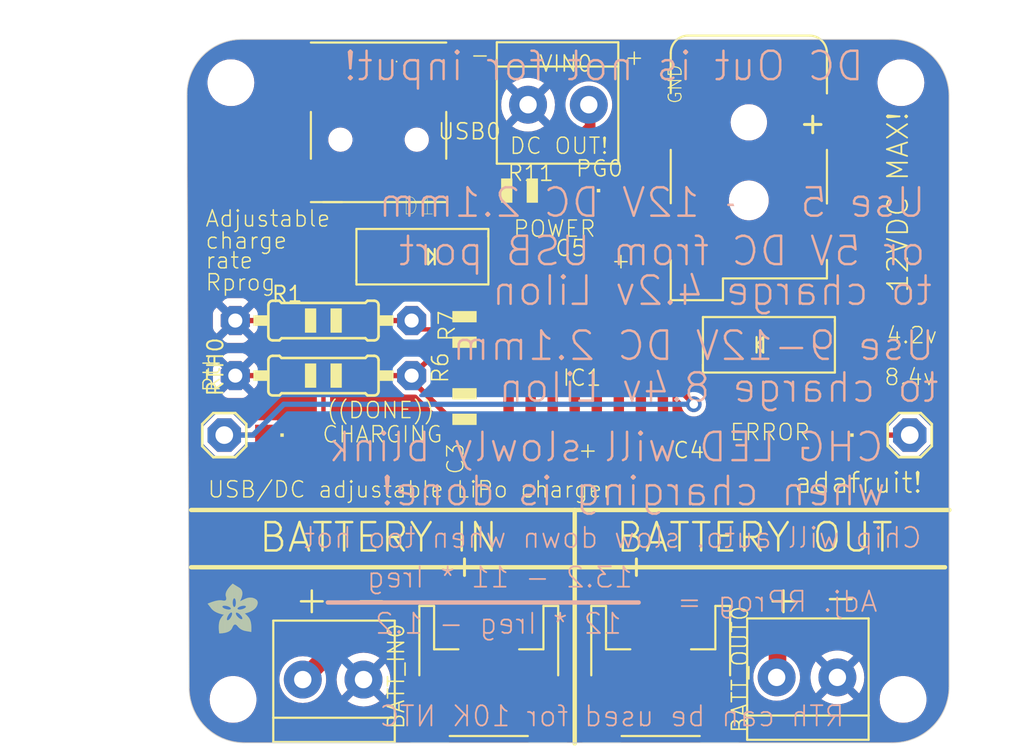
<source format=kicad_pcb>
(kicad_pcb (version 20221018) (generator pcbnew)
  (layers (0 "F.Cu" signal) (1 "In1.Cu" signal) (2 "In2.Cu" signal) (3 "In3.Cu" signal) (4 "In4.Cu" signal) (5 "In5.Cu" signal) (6 "In6.Cu" signal) (7 "In7.Cu" signal) (8 "In8.Cu" signal) (9 "In9.Cu" signal) (10 "In10.Cu" signal) (11 "In11.Cu" signal) (12 "In12.Cu" signal) (13 "In13.Cu" signal) (14 "In14.Cu" signal) (31 "B.Cu" signal) (34 "B.Paste" user) (35 "F.Paste" user) (36 "B.SilkS" user "B.Silkscreen") (37 "F.SilkS" user "F.Silkscreen") (38 "B.Mask" user) (39 "F.Mask" user) (44 "Edge.Cuts" user))
  (net 0 "")
  (net 1 "GND")
  (net 2 "N$17")
  (net 3 "VCC")
  (net 4 "BATT+")
  (net 5 "N$4")
  (net 6 "N$16")
  (net 7 "N$5")
  (net 8 "N$7")
  (net 9 "N$8")
  (net 10 "N$9")
  (net 11 "N$10")
  (net 12 "N$11")
  (footprint "working:C0805K" (layer "F.Cu") (at 145.3311 108.941509 180)
    (fp_text reference "C3" (at 3.316 1 90) (layer "F.SilkS") (effects (font (size 0.941222 0.941222) (thickness 0.074778)) (justify right)))
    (fp_text value "0.47uF")
    (pad "1" smd rect (at -1 0 180) (size 1.1 1.4) (layers "F.Cu" "F.Paste" "F.Mask") (net 10 "N$9"))
    (pad "2" smd rect (at 1 0 180) (size 1.1 1.4) (layers "F.Cu" "F.Paste" "F.Mask") (net 1 "GND"))
  )
  (footprint "working:SMADIODE" (layer "F.Cu") (at 140.1241 97.257509 180)
    (fp_text reference "D1" (at -0.762 2.921) (layer "F.SilkS") (effects (font (size 0.986089 0.986089) (thickness 0.029911)) (justify right)))
    (fp_text value "B120")
    (pad "A" smd rect (at 2.3495 0) (size 2.54 2.54) (layers "F.Cu" "F.Paste" "F.Mask") (net 5 "N$4"))
    (pad "C" smd rect (at -2.3495 0 180) (size 2.54 2.54) (layers "F.Cu" "F.Paste" "F.Mask") (net 3 "VCC"))
  )
  (footprint "working:CHIPLED_0805" (layer "F.Cu") (at 132.1231 107.544509 90)
    (fp_text reference "CHG0" hide)
    (fp_text value "ORANGE")
    (pad "A" smd rect (at 0 1.05 90) (size 1.2 1.2) (layers "F.Cu" "F.Paste" "F.Mask") (net 3 "VCC"))
    (pad "C" smd rect (at 0 -1.05 90) (size 1.2 1.2) (layers "F.Cu" "F.Paste" "F.Mask") (net 8 "N$7"))
  )
  (footprint "working:FIDUCIAL_1MM" (layer "F.Cu") (at 168.1911 117.450509 90)
    (fp_text reference "U$3" hide)
    (fp_text value "FIDUCIAL" hide)
    (pad "1" smd roundrect (at 0 0 90) (size 1 1) (layers "F.Cu") (roundrect_rratio 0.5))
    (zone (net 0) (net_name "") (layer "F.Cu") (connect_pads (clearance 0)) (min_thickness 0.25)
      (keepout (tracks not_allowed) (vias not_allowed) (pads not_allowed) (copperpour not_allowed) (footprints allowed))
      (fill (thermal_gap 0.5) (thermal_bridge_width 0.5))
      (polygon (pts (xy 168.1911 118.450509) (xy 168.1911 118.450509) (xy 168.38619 118.431294) (xy 168.573783 118.374389) (xy 168.74667 118.281979) (xy 168.898207 118.157616) (xy 169.02257 118.006079) (xy 169.11498 117.833192) (xy 169.1911 117.450509) (xy 169.1911 117.450509) (xy 169.171885 117.255419) (xy 169.11498 117.067826) (xy 169.02257 116.894939) (xy 168.898207 116.743402) (xy 168.74667 116.619039) (xy 168.573783 116.526629) (xy 168.1911 116.450509) (xy 168.1911 116.450509) (xy 167.99601 116.469724) (xy 167.808417 116.526629) (xy 167.63553 116.619039) (xy 167.483993 116.743402) (xy 167.35963 116.894939) (xy 167.26722 117.067826) (xy 167.1911 117.450509) (xy 167.1911 117.450509) (xy 167.210315 117.645599) (xy 167.26722 117.833192) (xy 167.35963 118.006079) (xy 167.483993 118.157616) (xy 167.63553 118.281979) (xy 167.808417 118.374389)))
    )
  )
  (footprint "" (layer "F.Cu") (at 167.6831 87.224509)
    (fp_text reference "@HOLE3" hide)
    (fp_text value "" (at 0 0) (layer "F.SilkS") (effects (font (size 1.27 1.27))))
    (pad "" np_thru_hole circle (at 0 0) (size 2.2 2.2) (drill 2.2) (layers "*.Cu" "*.Mask"))
  )
  (footprint "" (layer "F.Cu") (at 167.8101 122.784509)
    (fp_text reference "@HOLE1" hide)
    (fp_text value "" (at 0 0) (layer "F.SilkS") (effects (font (size 1.27 1.27))))
    (pad "" np_thru_hole circle (at 0 0) (size 2.2 2.2) (drill 2.2) (layers "*.Cu" "*.Mask"))
  )
  (footprint "working:3.5MMTERM" (layer "F.Cu") (at 147.9981 88.494509 180)
    (fp_text reference "VIN0" (at 1.222 2.366) (layer "F.SilkS") (effects (font (size 0.922528 0.922528) (thickness 0.093472)) (justify left)))
    (fp_text value "1X2-3.5MM" hide)
    (pad "1" thru_hole circle (at 1.8 0 180) (size 2.1844 2.1844) (drill 1) (layers "*.Cu" "*.Mask") (net 1 "GND"))
    (pad "2" thru_hole circle (at -1.7 0 180) (size 2.1844 2.1844) (drill 1) (layers "*.Cu" "*.Mask") (net 3 "VCC"))
  )
  (footprint "working:JSTPH2" (layer "F.Cu") (at 143.9341 121.895509 180)
    (fp_text reference "BATT_IN0" (at 5.334 3.556 90) (layer "F.SilkS") (effects (font (size 0.922528 0.922528) (thickness 0.093472)) (justify right)))
    (fp_text value "")
    (fp_text user "-" (at -3.429 6.096 180) (layer "F.SilkS") (effects (font (size 1.251712 1.251712) (thickness 0.170688)) (justify left bottom)))
    (fp_text user "+" (at 2.286 6.096 180) (layer "F.SilkS") (effects (font (size 1.251712 1.251712) (thickness 0.170688)) (justify left bottom)))
    (pad "1" smd rect (at -1 3.7 180) (size 1 4.6) (layers "F.Cu" "F.Paste" "F.Mask") (net 1 "GND"))
    (pad "2" smd rect (at 1 3.7 180) (size 1 4.6) (layers "F.Cu" "F.Paste" "F.Mask") (net 4 "BATT+"))
    (pad "NC1" smd rect (at -3.4 -1.5 270) (size 3.4 1.6) (layers "F.Cu" "F.Paste" "F.Mask"))
    (pad "NC2" smd rect (at 3.4 -1.5 270) (size 3.4 1.6) (layers "F.Cu" "F.Paste" "F.Mask"))
  )
  (footprint "working:3.5MMTERM" (layer "F.Cu") (at 134.9171 121.641509)
    (fp_text reference "IN0" hide)
    (fp_text value "1X2-3.5MM" hide)
    (pad "1" thru_hole circle (at 1.8 0) (size 2.1844 2.1844) (drill 1) (layers "*.Cu" "*.Mask") (net 1 "GND"))
    (pad "2" thru_hole circle (at -1.7 0) (size 2.1844 2.1844) (drill 1) (layers "*.Cu" "*.Mask") (net 4 "BATT+"))
  )
  (footprint "working:CHIPLED_0805" (layer "F.Cu") (at 164.7621 107.544509 -90)
    (fp_text reference "ERR0" hide)
    (fp_text value "RED")
    (pad "A" smd rect (at 0 1.05 270) (size 1.2 1.2) (layers "F.Cu" "F.Paste" "F.Mask") (net 3 "VCC"))
    (pad "C" smd rect (at 0 -1.05 270) (size 1.2 1.2) (layers "F.Cu" "F.Paste" "F.Mask") (net 9 "N$8"))
  )
  (footprint "working:JSTPH2" (layer "F.Cu") (at 153.8401 121.895509 180)
    (fp_text reference "BATT_OUT0" (at -4.572 4.572 90) (layer "F.SilkS") (effects (font (size 0.922528 0.922528) (thickness 0.093472)) (justify right)))
    (fp_text value "")
    (fp_text user "-" (at -3.429 6.096 180) (layer "F.SilkS") (effects (font (size 1.251712 1.251712) (thickness 0.170688)) (justify left bottom)))
    (fp_text user "+" (at 2.286 6.096 180) (layer "F.SilkS") (effects (font (size 1.251712 1.251712) (thickness 0.170688)) (justify left bottom)))
    (pad "1" smd rect (at -1 3.7 180) (size 1 4.6) (layers "F.Cu" "F.Paste" "F.Mask") (net 1 "GND"))
    (pad "2" smd rect (at 1 3.7 180) (size 1 4.6) (layers "F.Cu" "F.Paste" "F.Mask") (net 4 "BATT+"))
    (pad "NC1" smd rect (at -3.4 -1.5 270) (size 3.4 1.6) (layers "F.Cu" "F.Paste" "F.Mask"))
    (pad "NC2" smd rect (at 3.4 -1.5 270) (size 3.4 1.6) (layers "F.Cu" "F.Paste" "F.Mask"))
  )
  (footprint "working:R0805" (layer "F.Cu") (at 142.5371 105.893509 90)
    (fp_text reference "R6" (at 1.27 -1.397 90) (layer "F.SilkS") (effects (font (size 0.922528 0.922528) (thickness 0.093472)) (justify left)))
    (fp_text value "6.19K")
    (pad "1" smd rect (at -1 0 90) (size 1.1 1.4) (layers "F.Cu" "F.Paste" "F.Mask") (net 12 "N$11"))
    (pad "2" smd rect (at 1 0 90) (size 1.1 1.4) (layers "F.Cu" "F.Paste" "F.Mask") (net 11 "N$10"))
  )
  (footprint "working:1X01" (layer "F.Cu") (at 128.6941 107.544509)
    (fp_text reference "STAT3" hide)
    (fp_text value "")
    (pad "1" thru_hole roundrect (at 0 0) (size 1.9304 1.9304) (drill 1.016) (layers "*.Cu" "*.Mask") (chamfer_ratio 0.2928932188) (chamfer top_left top_right bottom_left bottom_right) (net 8 "N$7"))
  )
  (footprint "working:DCJACK_2MM_SMT" (layer "F.Cu") (at 158.9201 89.510509 -90)
    (fp_text reference "U$1" hide)
    (fp_text value "2.1MMJACKSMT" hide)
    (fp_text user "GND" (at -1.016 3.81 -90) (layer "F.SilkS") (effects (font (size 0.747776 0.747776) (thickness 0.065024)) (justify left bottom)))
    (fp_text user "+" (at 0.762 -2.794) (layer "F.SilkS") (effects (font (size 1.251712 1.251712) (thickness 0.170688)) (justify left bottom)))
    (pad "" np_thru_hole circle (at 0 0 270) (size 1.6 1.6) (drill 1.6) (layers "*.Cu" "*.Mask"))
    (pad "" np_thru_hole circle (at 4.5 0 270) (size 1.8 1.8) (drill 1.8) (layers "*.Cu" "*.Mask"))
    (pad "GND" smd rect (at 0 5.5 270) (size 2.4 2) (layers "F.Cu" "F.Paste" "F.Mask") (net 1 "GND"))
    (pad "GNDBREAK" smd rect (at 6.2 5.5 270) (size 2.4 2) (layers "F.Cu" "F.Paste" "F.Mask") (net 1 "GND"))
    (pad "PWR1" smd rect (at 0 -5.5 270) (size 2.4 2) (layers "F.Cu" "F.Paste" "F.Mask"))
    (pad "PWR2" smd rect (at 6.2 -5.5 270) (size 2.4 2) (layers "F.Cu" "F.Paste" "F.Mask") (net 2 "N$17"))
    (zone (net 0) (net_name "") (layer "F.Cu") (connect_pads (clearance 0)) (min_thickness 0.25)
      (keepout (tracks not_allowed) (vias not_allowed) (pads not_allowed) (copperpour not_allowed) (footprints allowed))
      (fill (thermal_gap 0.5) (thermal_bridge_width 0.5))
      (polygon (pts (xy 153.1797 90.780509) (xy 153.6623 90.780509) (xy 153.6623 90.805909) (xy 153.1797 90.805909)))
    )
    (zone (net 0) (net_name "") (layer "F.Cu") (connect_pads (clearance 0)) (min_thickness 0.25)
      (keepout (tracks not_allowed) (vias not_allowed) (pads not_allowed) (copperpour not_allowed) (footprints allowed))
      (fill (thermal_gap 0.5) (thermal_bridge_width 0.5))
      (polygon (pts (xy 153.1797 94.412709) (xy 153.6623 94.412709) (xy 153.6623 94.438109) (xy 153.1797 94.438109)))
    )
    (zone (net 0) (net_name "") (layer "F.Cu") (connect_pads (clearance 0)) (min_thickness 0.25)
      (keepout (tracks not_allowed) (vias not_allowed) (pads not_allowed) (copperpour not_allowed) (footprints allowed))
      (fill (thermal_gap 0.5) (thermal_bridge_width 0.5))
      (polygon (pts (xy 154.4751 95.936709) (xy 154.4751 95.454109) (xy 154.5005 95.454109) (xy 154.5005 95.936709)))
    )
    (zone (net 0) (net_name "") (layer "F.Cu") (connect_pads (clearance 0)) (min_thickness 0.25)
      (keepout (tracks not_allowed) (vias not_allowed) (pads not_allowed) (copperpour not_allowed) (footprints allowed))
      (fill (thermal_gap 0.5) (thermal_bridge_width 0.5))
      (polygon (pts (xy 154.5005 89.256509) (xy 154.5005 89.739109) (xy 154.4751 89.739109) (xy 154.4751 89.256509)))
    )
  )
  (footprint "" (layer "F.Cu") (at 129.2021 122.784509)
    (fp_text reference "@HOLE0" hide)
    (fp_text value "" (at 0 0) (layer "F.SilkS") (effects (font (size 1.27 1.27))))
    (pad "" np_thru_hole circle (at 0 0) (size 2.2 2.2) (drill 2.2) (layers "*.Cu" "*.Mask"))
  )
  (footprint "working:A_3216-18R" (layer "F.Cu") (at 148.3791 98.019509)
    (fp_text reference "C5" (at -0.68 -1.254) (layer "F.SilkS") (effects (font (size 0.922528 0.922528) (thickness 0.093472)) (justify left)))
    (fp_text value "10uF")
    (fp_text user "+" (at 2.54 0) (layer "F.SilkS") (effects (font (size 0.93472 0.93472) (thickness 0.08128)) (justify left bottom)))
    (pad "+" smd rect (at 1.375 0) (size 1.95 1.5) (layers "F.Cu" "F.Paste" "F.Mask") (net 3 "VCC"))
    (pad "-" smd rect (at -1.375 0) (size 1.95 1.5) (layers "F.Cu" "F.Paste" "F.Mask") (net 1 "GND"))
  )
  (footprint "working:SO16" (layer "F.Cu") (at 149.5221 103.861509 180)
    (fp_text reference "IC1" (at 1.397 -0.381) (layer "F.SilkS") (effects (font (size 0.922528 0.922528) (thickness 0.093472)) (justify left)))
    (fp_text value "")
    (pad "1" smd rect (at -4.445 2.6 180) (size 0.6 2.2) (layers "F.Cu" "F.Paste" "F.Mask") (net 9 "N$8"))
    (pad "2" smd rect (at -3.175 2.6 180) (size 0.6 2.2) (layers "F.Cu" "F.Paste" "F.Mask") (net 8 "N$7"))
    (pad "3" smd rect (at -1.905 2.6 180) (size 0.6 2.2) (layers "F.Cu" "F.Paste" "F.Mask") (net 3 "VCC"))
    (pad "4" smd rect (at -0.635 2.6 180) (size 0.6 2.2) (layers "F.Cu" "F.Paste" "F.Mask") (net 3 "VCC"))
    (pad "5" smd rect (at 0.635 2.6 180) (size 0.6 2.2) (layers "F.Cu" "F.Paste" "F.Mask") (net 3 "VCC"))
    (pad "6" smd rect (at 1.905 2.6 180) (size 0.6 2.2) (layers "F.Cu" "F.Paste" "F.Mask") (net 1 "GND"))
    (pad "7" smd rect (at 3.175 2.6 180) (size 0.6 2.2) (layers "F.Cu" "F.Paste" "F.Mask") (net 7 "N$5"))
    (pad "8" smd rect (at 4.445 2.6 180) (size 0.6 2.2) (layers "F.Cu" "F.Paste" "F.Mask") (net 11 "N$10"))
    (pad "9" smd rect (at 4.445 -2.6 180) (size 0.6 2.2) (layers "F.Cu" "F.Paste" "F.Mask") (net 12 "N$11"))
    (pad "10" smd rect (at 3.175 -2.6 180) (size 0.6 2.2) (layers "F.Cu" "F.Paste" "F.Mask") (net 10 "N$9"))
    (pad "11" smd rect (at 1.905 -2.6 180) (size 0.6 2.2) (layers "F.Cu" "F.Paste" "F.Mask") (net 1 "GND"))
    (pad "12" smd rect (at 0.635 -2.6 180) (size 0.6 2.2) (layers "F.Cu" "F.Paste" "F.Mask") (net 4 "BATT+"))
    (pad "13" smd rect (at -0.635 -2.6 180) (size 0.6 2.2) (layers "F.Cu" "F.Paste" "F.Mask") (net 4 "BATT+"))
    (pad "14" smd rect (at -1.905 -2.6 180) (size 0.6 2.2) (layers "F.Cu" "F.Paste" "F.Mask") (net 4 "BATT+"))
    (pad "15" smd rect (at -3.175 -2.6 180) (size 0.6 2.2) (layers "F.Cu" "F.Paste" "F.Mask") (net 1 "GND"))
    (pad "16" smd rect (at -4.445 -2.6 180) (size 0.6 2.2) (layers "F.Cu" "F.Paste" "F.Mask") (net 3 "VCC"))
  )
  (footprint "working:CHIPLED_0805" (layer "F.Cu") (at 150.1571 93.447509 -90)
    (fp_text reference "PG0" (at -1.27 1.27) (layer "F.SilkS") (effects (font (size 0.922528 0.922528) (thickness 0.093472)) (justify left)))
    (fp_text value "GREEN")
    (pad "A" smd rect (at 0 1.05 270) (size 1.2 1.2) (layers "F.Cu" "F.Paste" "F.Mask") (net 6 "N$16"))
    (pad "C" smd rect (at 0 -1.05 270) (size 1.2 1.2) (layers "F.Cu" "F.Paste" "F.Mask") (net 1 "GND"))
  )
  (footprint "working:SMADIODE" (layer "F.Cu") (at 160.0631 102.337509)
    (fp_text reference "D2" hide)
    (fp_text value "B120")
    (pad "A" smd rect (at 2.3495 0 180) (size 2.54 2.54) (layers "F.Cu" "F.Paste" "F.Mask") (net 2 "N$17"))
    (pad "C" smd rect (at -2.3495 0) (size 2.54 2.54) (layers "F.Cu" "F.Paste" "F.Mask") (net 3 "VCC"))
  )
  (footprint "working:FIDUCIAL_1MM" (layer "F.Cu") (at 128.9481 91.288509 90)
    (fp_text reference "U$4" hide)
    (fp_text value "FIDUCIAL" hide)
    (pad "1" smd roundrect (at 0 0 90) (size 1 1) (layers "F.Cu") (roundrect_rratio 0.5))
    (zone (net 0) (net_name "") (layer "F.Cu") (connect_pads (clearance 0)) (min_thickness 0.25)
      (keepout (tracks not_allowed) (vias not_allowed) (pads not_allowed) (copperpour not_allowed) (footprints allowed))
      (fill (thermal_gap 0.5) (thermal_bridge_width 0.5))
      (polygon (pts (xy 128.9481 92.288509) (xy 128.9481 92.288509) (xy 129.14319 92.269294) (xy 129.330783 92.212389) (xy 129.50367 92.119979) (xy 129.655207 91.995616) (xy 129.77957 91.844079) (xy 129.87198 91.671192) (xy 129.9481 91.288509) (xy 129.9481 91.288509) (xy 129.928885 91.093419) (xy 129.87198 90.905826) (xy 129.77957 90.732939) (xy 129.655207 90.581402) (xy 129.50367 90.457039) (xy 129.330783 90.364629) (xy 128.9481 90.288509) (xy 128.9481 90.288509) (xy 128.75301 90.307724) (xy 128.565417 90.364629) (xy 128.39253 90.457039) (xy 128.240993 90.581402) (xy 128.11663 90.732939) (xy 128.02422 90.905826) (xy 127.9481 91.288509) (xy 127.9481 91.288509) (xy 127.967315 91.483599) (xy 128.02422 91.671192) (xy 128.11663 91.844079) (xy 128.240993 91.995616) (xy 128.39253 92.119979) (xy 128.565417 92.212389)))
    )
  )
  (footprint "working:ADAFRUIT200MIL" (layer "F.Cu") (at 129.0751 117.577509)
    (fp_text reference "U$2" hide)
    (fp_text value "" hide)
  )
  (footprint "working:R0805" (layer "F.Cu") (at 142.5371 101.448509 90)
    (fp_text reference "R7" (at -0.762 -1.016 90) (layer "F.SilkS") (effects (font (size 0.922528 0.922528) (thickness 0.093472)) (justify left)))
    (fp_text value "7.3k")
    (pad "1" smd rect (at -1 0 90) (size 1.1 1.4) (layers "F.Cu" "F.Paste" "F.Mask") (net 12 "N$11"))
    (pad "2" smd rect (at 1 0 90) (size 1.1 1.4) (layers "F.Cu" "F.Paste" "F.Mask") (net 1 "GND"))
  )
  (footprint "working:R0805" (layer "F.Cu") (at 145.7121 93.447509)
    (fp_text reference "R11" (at -0.762 -1.016) (layer "F.SilkS") (effects (font (size 0.922528 0.922528) (thickness 0.093472)) (justify left)))
    (fp_text value "470")
    (pad "1" smd rect (at -1 0) (size 1.1 1.4) (layers "F.Cu" "F.Paste" "F.Mask") (net 3 "VCC"))
    (pad "2" smd rect (at 1 0) (size 1.1 1.4) (layers "F.Cu" "F.Paste" "F.Mask") (net 6 "N$16"))
  )
  (footprint "" (layer "F.Cu") (at 129.0751 87.224509)
    (fp_text reference "@HOLE2" hide)
    (fp_text value "" (at 0 0) (layer "F.SilkS") (effects (font (size 1.27 1.27))))
    (pad "" np_thru_hole circle (at 0 0) (size 2.2 2.2) (drill 2.2) (layers "*.Cu" "*.Mask"))
  )
  (footprint "working:3.5MMTERM" (layer "F.Cu") (at 162.2221 121.514509)
    (fp_text reference "OUT0" hide)
    (fp_text value "1X2-3.5MM" hide)
    (pad "1" thru_hole circle (at 1.8 0) (size 2.1844 2.1844) (drill 1) (layers "*.Cu" "*.Mask") (net 1 "GND"))
    (pad "2" thru_hole circle (at -1.7 0) (size 2.1844 2.1844) (drill 1) (layers "*.Cu" "*.Mask") (net 4 "BATT+"))
  )
  (footprint "working:0805-THM" (layer "F.Cu") (at 134.4091 104.115509)
    (fp_text reference "RTH0" (at -6.223 1.27 90) (layer "F.SilkS") (effects (font (size 0.9017 0.9017) (thickness 0.1143)) (justify left)))
    (fp_text value "10K @ 25degC")
    (fp_line (start -4.5 0) (end -1.1 0) (stroke (width 0.3048)) (layer "F.Cu"))
    (fp_line (start 1 0) (end 5.1 0) (stroke (width 0.3048)) (layer "F.Cu"))
    (fp_poly (pts (xy -1.6254 0.7) (xy -0.4254 0.7) (xy -0.4254 -0.7) (xy -1.6254 -0.7)) (fill solid) (layer "F.Cu"))
    (fp_poly (pts (xy 0.4254 0.7) (xy 1.6254 0.7) (xy 1.6254 -0.7) (xy 0.4254 -0.7)) (fill solid) (layer "F.Cu"))
    (pad "1" thru_hole roundrect (at -5.08 0) (size 1.6764 1.6764) (drill 0.8128) (layers "*.Cu" "*.Mask") (chamfer_ratio 0.2928932188) (chamfer top_left top_right bottom_left bottom_right) (net 1 "GND"))
    (pad "2" thru_hole roundrect (at 5.08 0) (size 1.6764 1.6764) (drill 0.8128) (layers "*.Cu" "*.Mask") (chamfer_ratio 0.2928932188) (chamfer top_left top_right bottom_left bottom_right) (net 12 "N$11"))
  )
  (footprint "working:USB-MINIB" (layer "F.Cu") (at 137.5841 89.510509 180)
    (fp_text reference "USB0" (at -7.12 -0.524) (layer "F.SilkS") (effects (font (size 0.922528 0.922528) (thickness 0.093472)) (justify right)))
    (fp_text value "MINI-USB")
    (pad "" np_thru_hole circle (at -2.2 -1 180) (size 0.9 0.9) (drill 0.9) (layers "*.Cu" "*.Mask"))
    (pad "" np_thru_hole circle (at 2.2 -1 180) (size 0.9 0.9) (drill 0.9) (layers "*.Cu" "*.Mask"))
    (pad "D+" smd rect (at 0 -4.064) (size 0.5 2.308) (layers "F.Cu" "F.Paste" "F.Mask"))
    (pad "D-" smd rect (at -0.8 -4.064) (size 0.5 2.308) (layers "F.Cu" "F.Paste" "F.Mask"))
    (pad "GND" smd rect (at 1.6 -4.064) (size 0.5 2.308) (layers "F.Cu" "F.Paste" "F.Mask") (net 1 "GND"))
    (pad "GND1" smd rect (at -4.4 2 180) (size 2 2.4) (layers "F.Cu" "F.Paste" "F.Mask"))
    (pad "GND2" smd rect (at -4.4 -3.5 180) (size 2 2.4) (layers "F.Cu" "F.Paste" "F.Mask"))
    (pad "GND3" smd rect (at 4.4 -3.5 180) (size 2 2.4) (layers "F.Cu" "F.Paste" "F.Mask"))
    (pad "GND4" smd rect (at 4.4 2 180) (size 2 2.4) (layers "F.Cu" "F.Paste" "F.Mask"))
    (pad "ID" smd rect (at 0.8 -4.064) (size 0.5 2.308) (layers "F.Cu" "F.Paste" "F.Mask"))
    (pad "VBUS" smd rect (at -1.6 -4.064) (size 0.5 2.308) (layers "F.Cu" "F.Paste" "F.Mask") (net 5 "N$4"))
  )
  (footprint "working:A_3216-18R" (layer "F.Cu") (at 151.5541 108.941509 180)
    (fp_text reference "C4" (at -4.871 0.524) (layer "F.SilkS") (effects (font (size 0.922528 0.922528) (thickness 0.093472)) (justify right)))
    (fp_text value "10uF")
    (fp_text user "+" (at 2.54 0 180) (layer "F.SilkS") (effects (font (size 0.93472 0.93472) (thickness 0.08128)) (justify left bottom)))
    (pad "+" smd rect (at 1.375 0 180) (size 1.95 1.5) (layers "F.Cu" "F.Paste" "F.Mask") (net 4 "BATT+"))
    (pad "-" smd rect (at -1.375 0 180) (size 1.95 1.5) (layers "F.Cu" "F.Paste" "F.Mask") (net 1 "GND"))
  )
  (footprint "working:1X01" (layer "F.Cu") (at 168.1911 107.544509)
    (fp_text reference "STAT4" hide)
    (fp_text value "")
    (pad "1" thru_hole roundrect (at 0 0) (size 1.9304 1.9304) (drill 1.016) (layers "*.Cu" "*.Mask") (chamfer_ratio 0.2928932188) (chamfer top_left top_right bottom_left bottom_right) (net 9 "N$8"))
  )
  (footprint "working:0805-THM" (layer "F.Cu") (at 134.4091 100.940509)
    (fp_text reference "R1" (at -3.048 -1.524) (layer "F.SilkS") (effects (font (size 0.9017 0.9017) (thickness 0.1143)) (justify left)))
    (fp_text value "adj")
    (fp_line (start -4.5 0) (end -1.1 0) (stroke (width 0.3048)) (layer "F.Cu"))
    (fp_line (start 1 0) (end 5.1 0) (stroke (width 0.3048)) (layer "F.Cu"))
    (fp_poly (pts (xy -1.6254 0.7) (xy -0.4254 0.7) (xy -0.4254 -0.7) (xy -1.6254 -0.7)) (fill solid) (layer "F.Cu"))
    (fp_poly (pts (xy 0.4254 0.7) (xy 1.6254 0.7) (xy 1.6254 -0.7) (xy 0.4254 -0.7)) (fill solid) (layer "F.Cu"))
    (pad "1" thru_hole roundrect (at -5.08 0) (size 1.6764 1.6764) (drill 0.8128) (layers "*.Cu" "*.Mask") (chamfer_ratio 0.2928932188) (chamfer top_left top_right bottom_left bottom_right) (net 1 "GND"))
    (pad "2" thru_hole roundrect (at 5.08 0) (size 1.6764 1.6764) (drill 0.8128) (layers "*.Cu" "*.Mask") (chamfer_ratio 0.2928932188) (chamfer top_left top_right bottom_left bottom_right) (net 7 "N$5"))
  )
  (gr_line (start 134.6631 117.196509) (end 152.5701 117.196509) (stroke (width 0.254)) (layer "B.SilkS"))
  (gr_line (start 148.8871 115.164509) (end 170.2231 115.164509) (stroke (width 0.254)) (layer "F.SilkS"))
  (gr_line (start 148.8871 111.862509) (end 170.4771 111.862509) (stroke (width 0.254)) (layer "F.SilkS"))
  (gr_line (start 148.8871 125.324509) (end 148.8871 115.164509) (stroke (width 0.254)) (layer "F.SilkS"))
  (gr_line (start 126.7891 111.862509) (end 148.8871 111.862509) (stroke (width 0.254)) (layer "F.SilkS"))
  (gr_line (start 148.8871 115.164509) (end 126.7891 115.164509) (stroke (width 0.254)) (layer "F.SilkS"))
  (gr_line (start 148.8871 115.164509) (end 148.8871 111.862509) (stroke (width 0.254)) (layer "F.SilkS"))
  (gr_line (start 129.8421 125.286509) (end 167.1601 125.286509) (stroke (width 0.05)) (layer "Edge.Cuts"))
  (gr_line (start 170.4621 122.111509) (end 170.4621 87.897509) (stroke (width 0.05)) (layer "Edge.Cuts"))
  (gr_line (start 126.5401 87.897509) (end 126.6671 122.111509) (stroke (width 0.05)) (layer "Edge.Cuts"))
  (gr_arc (start 129.8421 125.286509) (mid 127.597036 124.356573) (end 126.6671 122.111509) (stroke (width 0.05)) (layer "Edge.Cuts"))
  (gr_line (start 167.0331 84.722509) (end 129.7151 84.722509) (stroke (width 0.05)) (layer "Edge.Cuts"))
  (gr_arc (start 170.4621 122.111509) (mid 169.468664 124.382876) (end 167.1601 125.286509) (stroke (width 0.05)) (layer "Edge.Cuts"))
  (gr_arc (start 167.0331 84.722509) (mid 169.405164 85.59984) (end 170.4621 87.897509) (stroke (width 0.05)) (layer "Edge.Cuts"))
  (gr_arc (start 126.5401 87.897509) (mid 127.470036 85.652445) (end 129.7151 84.722509) (stroke (width 0.05)) (layer "Edge.Cuts"))
  (gr_text "Use 9-12V DC 2.1mm" (at 169.7151 103.353509) (layer "B.SilkS") (effects (font (size 1.63576 1.63576) (thickness 0.14224)) (justify left bottom mirror)))
  (gr_text "or 5V DC from USB port" (at 169.2071 97.892509) (layer "B.SilkS") (effects (font (size 1.63576 1.63576) (thickness 0.14224)) (justify left bottom mirror)))
  (gr_text "12 * Ireg - 1.2" (at 151.6811 119.101509) (layer "B.SilkS") (effects (font (size 1.1684 1.1684) (thickness 0.1016)) (justify left bottom mirror)))
  (gr_text "RTh can be used for 10K NTC" (at 164.5081 124.435509) (layer "B.SilkS") (effects (font (size 1.1684 1.1684) (thickness 0.1016)) (justify left bottom mirror)))
  (gr_text "Chip will auto. slow down when too hot" (at 168.9531 114.148509) (layer "B.SilkS") (effects (font (size 1.1684 1.1684) (thickness 0.1016)) (justify left bottom mirror)))
  (gr_text "CHG LED will slowly blink" (at 166.7941 109.195509) (layer "B.SilkS") (effects (font (size 1.63576 1.63576) (thickness 0.14224)) (justify left bottom mirror)))
  (gr_text "to charge 4.2v LiIon" (at 169.5881 100.178509) (layer "B.SilkS") (effects (font (size 1.63576 1.63576) (thickness 0.14224)) (justify left bottom mirror)))
  (gr_text "Adj. RProg =" (at 166.4131 117.831509) (layer "B.SilkS") (effects (font (size 1.1684 1.1684) (thickness 0.1016)) (justify left bottom mirror)))
  (gr_text "to charge 8.4v LiIon" (at 169.9691 105.766509) (layer "B.SilkS") (effects (font (size 1.63576 1.63576) (thickness 0.14224)) (justify left bottom mirror)))
  (gr_text "when charging is done!" (at 166.9211 111.735509) (layer "B.SilkS") (effects (font (size 1.63576 1.63576) (thickness 0.14224)) (justify left bottom mirror)))
  (gr_text "DC Out is not for input!" (at 165.6511 87.224509) (layer "B.SilkS") (effects (font (size 1.63576 1.63576) (thickness 0.14224)) (justify left bottom mirror)))
  (gr_text "13.2 - 11 * Ireg" (at 152.3161 116.434509) (layer "B.SilkS") (effects (font (size 1.1684 1.1684) (thickness 0.1016)) (justify left bottom mirror)))
  (gr_text "Use 5  - 12V DC 2.1mm" (at 169.2071 95.098509) (layer "B.SilkS") (effects (font (size 1.63576 1.63576) (thickness 0.14224)) (justify left bottom mirror)))
  (gr_text "BATTERY IN" (at 130.5991 114.402509) (layer "F.SilkS") (effects (font (size 1.63576 1.63576) (thickness 0.14224)) (justify left bottom)))
  (gr_text "Adjustable" (at 127.5511 95.606509) (layer "F.SilkS") (effects (font (size 0.93472 0.93472) (thickness 0.08128)) (justify left bottom)))
  (gr_text "Rprog" (at 127.5511 99.289509) (layer "F.SilkS") (effects (font (size 0.93472 0.93472) (thickness 0.08128)) (justify left bottom)))
  (gr_text "rate" (at 127.5511 98.019509) (layer "F.SilkS") (effects (font (size 0.93472 0.93472) (thickness 0.08128)) (justify left bottom)))
  (gr_text "+" (at 132.6311 117.958509) (layer "F.SilkS") (effects (font (size 1.63576 1.63576) (thickness 0.14224)) (justify left bottom)))
  (gr_text "+" (at 159.8091 117.958509) (layer "F.SilkS") (effects (font (size 1.63576 1.63576) (thickness 0.14224)) (justify left bottom)))
  (gr_text "+" (at 152.9511 85.192509) (layer "F.SilkS") (effects (font (size 0.93472 0.93472) (thickness 0.08128)) (justify right top)))
  (gr_text "BATTERY OUT" (at 151.1731 114.402509) (layer "F.SilkS") (effects (font (size 1.63576 1.63576) (thickness 0.14224)) (justify left bottom)))
  (gr_text "8.4v" (at 166.6671 104.750509) (layer "F.SilkS") (effects (font (size 0.93472 0.93472) (thickness 0.08128)) (justify left bottom)))
  (gr_text "-" (at 163.1111 117.831509) (layer "F.SilkS") (effects (font (size 1.63576 1.63576) (thickness 0.14224)) (justify left bottom)))
  (gr_text "adafruit!" (at 161.4601 110.973509) (layer "F.SilkS") (effects (font (size 1.1684 1.1684) (thickness 0.1016)) (justify left bottom)))
  (gr_text "12VDC MAX!" (at 168.1911 99.416509 90) (layer "F.SilkS") (effects (font (size 1.1684 1.1684) (thickness 0.1016)) (justify left bottom)))
  (gr_text "DC OUT!" (at 145.0771 91.415509) (layer "F.SilkS") (effects (font (size 0.93472 0.93472) (thickness 0.08128)) (justify left bottom)))
  (gr_text "-" (at 144.0611 85.065509) (layer "F.SilkS") (effects (font (size 0.93472 0.93472) (thickness 0.08128)) (justify right top)))
  (gr_text "((DONE))" (at 134.5361 106.655509) (layer "F.SilkS") (effects (font (size 0.93472 0.93472) (thickness 0.08128)) (justify left bottom)))
  (gr_text "4.2v" (at 166.7941 102.337509) (layer "F.SilkS") (effects (font (size 0.93472 0.93472) (thickness 0.08128)) (justify left bottom)))
  (gr_text "-" (at 136.0601 117.958509) (layer "F.SilkS") (effects (font (size 1.63576 1.63576) (thickness 0.14224)) (justify left bottom)))
  (gr_text "USB/DC adjustable LiPo charger" (at 127.6781 111.227509) (layer "F.SilkS") (effects (font (size 0.93472 0.93472) (thickness 0.08128)) (justify left bottom)))
  (gr_text "CHARGING" (at 134.2821 108.052509) (layer "F.SilkS") (effects (font (size 0.93472 0.93472) (thickness 0.08128)) (justify left bottom)))
  (gr_text "ERROR" (at 157.7771 107.925509) (layer "F.SilkS") (effects (font (size 0.93472 0.93472) (thickness 0.08128)) (justify left bottom)))
  (gr_text "charge" (at 127.5511 96.876509) (layer "F.SilkS") (effects (font (size 0.93472 0.93472) (thickness 0.08128)) (justify left bottom)))
  (gr_text "POWER" (at 150.1571 95.098509) (layer "F.SilkS") (effects (font (size 0.93472 0.93472) (thickness 0.08128)) (justify right top)))
  (gr_text "Rth" (at 127.4241 102.718509 90) (layer "F.SilkS") (effects (font (size 0.93472 0.93472) (thickness 0.08128)) (justify right top)))
  (segment (start 142.5371 99.416509) (end 142.9181 99.035509) (width 0.3048) (layer "F.Cu") (net 1))
  (segment (start 152.6971 108.836509) (end 152.6971 106.461509) (width 0.3048) (layer "F.Cu") (net 1))
  (segment (start 142.9181 99.035509) (end 144.1881 99.035509) (width 0.3048) (layer "F.Cu") (net 1))
  (segment (start 142.5371 100.448509) (end 142.5371 99.416509) (width 0.3048) (layer "F.Cu") (net 1))
  (segment (start 144.1881 99.035509) (end 145.2041 98.019509) (width 0.3048) (layer "F.Cu") (net 1))
  (segment (start 152.9291 108.941509) (end 152.6971 108.836509) (width 0.3048) (layer "F.Cu") (net 1))
  (segment (start 145.2041 98.019509) (end 147.0041 98.019509) (width 0.3048) (layer "F.Cu") (net 1))
  (segment (start 164.4201 95.821509) (end 164.4201 95.710509) (width 0.8128) (layer "F.Cu") (net 2))
  (segment (start 162.4126 102.337509) (end 162.4126 97.829009) (width 0.8128) (layer "F.Cu") (net 2))
  (segment (start 162.4126 97.829009) (end 164.4201 95.821509) (width 0.8128) (layer "F.Cu") (net 2))
  (segment (start 149.7761 96.622509) (end 149.7761 98.019509) (width 0.4064) (layer "F.Cu") (net 3))
  (segment (start 153.9671 105.385509) (end 153.9671 106.461509) (width 0.4064) (layer "F.Cu") (net 3))
  (segment (start 145.0771 93.812509) (end 144.7121 93.447509) (width 0.3048) (layer "F.Cu") (net 3))
  (segment (start 157.7136 101.385009) (end 157.7136 102.337509) (width 0.8128) (layer "F.Cu") (net 3))
  (segment (start 145.0771 96.241509) (end 149.2681 96.241509) (width 0.8128) (layer "F.Cu") (net 3))
  (segment (start 162.4761 107.544509) (end 163.7121 107.544509) (width 0.3048) (layer "F.Cu") (net 3))
  (segment (start 145.0771 96.241509) (end 145.0771 93.812509) (width 0.3048) (layer "F.Cu") (net 3))
  (segment (start 149.6981 88.543509) (end 149.6981 88.494509) (width 0.6096) (layer "F.Cu") (net 3))
  (segment (start 151.4271 101.261509) (end 151.4271 102.845509) (width 0.4064) (layer "F.Cu") (net 3))
  (segment (start 157.5231 102.337509) (end 157.3961 102.464509) (width 0.3048) (layer "F.Cu") (net 3))
  (segment (start 134.4091 106.562509) (end 134.4091 99.543509) (width 0.254) (layer "F.Cu") (net 3))
  (segment (start 151.4271 101.261509) (end 151.4271 101.194509) (width 0.4064) (layer "F.Cu") (net 3))
  (segment (start 151.6811 98.400509) (end 154.7291 98.400509) (width 0.8128) (layer "F.Cu") (net 3))
  (segment (start 149.7761 98.019509) (end 149.7541 98.019509) (width 0.4064) (layer "F.Cu") (net 3))
  (segment (start 150.0901 101.194509) (end 148.9541 101.194509) (width 0.4064) (layer "F.Cu") (net 3))
  (segment (start 151.3671 101.321509) (end 151.4271 101.261509) (width 0.4064) (layer "F.Cu") (net 3))
  (segment (start 151.4271 102.845509) (end 153.9671 105.385509) (width 0.4064) (layer "F.Cu") (net 3))
  (segment (start 149.7761 88.621509) (end 149.6981 88.543509) (width 0.6096) (layer "F.Cu") (net 3))
  (segment (start 154.7291 98.400509) (end 157.7136 101.385009) (width 0.8128) (layer "F.Cu") (net 3))
  (segment (start 144.0611 97.257509) (end 145.0771 96.241509) (width 0.8128) (layer "F.Cu") (net 3))
  (segment (start 144.7121 92.161509) (end 145.9661 90.907509) (width 0.6096) (layer "F.Cu") (net 3))
  (segment (start 157.3961 102.464509) (end 162.4761 107.544509) (width 0.3048) (layer "F.Cu") (net 3))
  (segment (start 150.1571 101.261509) (end 150.0901 101.194509) (width 0.4064) (layer "F.Cu") (net 3))
  (segment (start 142.4736 97.257509) (end 144.0611 97.257509) (width 0.8128) (layer "F.Cu") (net 3))
  (segment (start 134.4091 99.543509) (end 134.5361 99.416509) (width 0.3048) (layer "F.Cu") (net 3))
  (segment (start 149.2681 96.241509) (end 149.7761 96.622509) (width 0.8128) (layer "F.Cu") (net 3))
  (segment (start 149.7761 89.764509) (end 149.7761 88.621509) (width 0.6096) (layer "F.Cu") (net 3))
  (segment (start 134.5361 99.416509) (end 140.7591 99.416509) (width 0.3048) (layer "F.Cu") (net 3))
  (segment (start 148.9541 101.194509) (end 148.8871 101.261509) (width 0.4064) (layer "F.Cu") (net 3))
  (segment (start 148.6331 90.907509) (end 149.7761 89.764509) (width 0.6096) (layer "F.Cu") (net 3))
  (segment (start 133.1731 107.544509) (end 134.4091 106.562509) (width 0.3048) (layer "F.Cu") (net 3))
  (segment (start 157.7136 102.337509) (end 157.5231 102.337509) (width 0.3048) (layer "F.Cu") (net 3))
  (segment (start 149.7541 98.019509) (end 150.1571 98.803509) (width 0.4064) (layer "F.Cu") (net 3))
  (segment (start 145.9661 90.907509) (end 148.6331 90.907509) (width 0.6096) (layer "F.Cu") (net 3))
  (segment (start 149.7761 98.019509) (end 149.6491 98.400509) (width 0.4064) (layer "F.Cu") (net 3))
  (segment (start 144.7121 93.447509) (end 144.7121 92.161509) (width 0.6096) (layer "F.Cu") (net 3))
  (segment (start 142.2831 97.892509) (end 142.2831 97.384509) (width 0.3048) (layer "F.Cu") (net 3))
  (segment (start 150.1571 101.261509) (end 150.2171 101.321509) (width 0.4064) (layer "F.Cu") (net 3))
  (segment (start 142.2831 97.384509) (end 142.3466 97.384509) (width 0.3048) (layer "F.Cu") (net 3))
  (segment (start 142.3466 97.384509) (end 142.4736 97.257509) (width 0.3048) (layer "F.Cu") (net 3))
  (segment (start 140.7591 99.416509) (end 142.2831 97.892509) (width 0.3048) (layer "F.Cu") (net 3))
  (segment (start 150.2171 101.321509) (end 151.3671 101.321509) (width 0.4064) (layer "F.Cu") (net 3))
  (segment (start 149.6491 98.400509) (end 151.6811 98.400509) (width 0.4064) (layer "F.Cu") (net 3))
  (segment (start 150.1571 98.803509) (end 150.1571 101.261509) (width 0.4064) (layer "F.Cu") (net 3))
  (segment (start 152.9511 114.402509) (end 159.6821 114.402509) (width 1.016) (layer "F.Cu") (net 4))
  (segment (start 150.7921 114.402509) (end 150.7921 110.719509) (width 1.016) (layer "F.Cu") (net 4))
  (segment (start 160.5711 121.465509) (end 160.5221 121.514509) (width 1.016) (layer "F.Cu") (net 4))
  (segment (start 150.1571 106.461509) (end 151.4271 106.461509) (width 0.4064) (layer "F.Cu") (net 4))
  (segment (start 152.8401 114.402509) (end 152.8401 118.195509) (width 1.016) (layer "F.Cu") (net 4))
  (segment (start 143.8071 114.402509) (end 150.7921 114.402509) (width 1.016) (layer "F.Cu") (net 4))
  (segment (start 159.6821 114.402509) (end 160.5711 115.291509) (width 1.016) (layer "F.Cu") (net 4))
  (segment (start 142.9341 116.815509) (end 142.9341 118.195509) (width 1.016) (layer "F.Cu") (net 4))
  (segment (start 150.7921 109.068509) (end 150.1571 108.433509) (width 0.4064) (layer "F.Cu") (net 4))
  (segment (start 150.7921 114.402509) (end 152.9511 114.402509) (width 1.016) (layer "F.Cu") (net 4))
  (segment (start 152.9511 114.402509) (end 152.8401 114.402509) (width 1.016) (layer "F.Cu") (net 4))
  (segment (start 160.5711 115.291509) (end 160.5711 121.465509) (width 1.016) (layer "F.Cu") (net 4))
  (segment (start 150.7921 110.719509) (end 150.1791 110.189509) (width 0.4064) (layer "F.Cu") (net 4))
  (segment (start 142.9341 115.275509) (end 143.8071 114.402509) (width 1.016) (layer "F.Cu") (net 4))
  (segment (start 150.1791 108.941509) (end 150.7921 109.068509) (width 0.4064) (layer "F.Cu") (net 4))
  (segment (start 138.0431 116.815509) (end 142.9341 116.815509) (width 1.016) (layer "F.Cu") (net 4))
  (segment (start 142.9341 116.815509) (end 142.9341 115.275509) (width 1.016) (layer "F.Cu") (net 4))
  (segment (start 148.8871 106.461509) (end 148.8871 106.274509) (width 0.4064) (layer "F.Cu") (net 4))
  (segment (start 150.1571 108.433509) (end 150.1571 106.461509) (width 0.4064) (layer "F.Cu") (net 4))
  (segment (start 150.1571 106.461509) (end 148.8871 106.461509) (width 0.4064) (layer "F.Cu") (net 4))
  (segment (start 152.8401 118.195509) (end 152.8071 118.195509) (width 1.016) (layer "F.Cu") (net 4))
  (segment (start 150.1791 110.189509) (end 150.1791 108.941509) (width 0.4064) (layer "F.Cu") (net 4))
  (segment (start 133.2171 121.641509) (end 138.0431 116.815509) (width 1.016) (layer "F.Cu") (net 4))
  (segment (start 137.7746 97.321009) (end 137.8381 97.384509) (width 0.508) (layer "F.Cu") (net 5))
  (segment (start 137.8381 97.384509) (end 139.1841 96.038509) (width 0.508) (layer "F.Cu") (net 5))
  (segment (start 137.7746 97.257509) (end 137.7746 97.321009) (width 0.508) (layer "F.Cu") (net 5))
  (segment (start 139.1841 96.038509) (end 139.1841 93.574509) (width 0.508) (layer "F.Cu") (net 5))
  (segment (start 146.7121 93.447509) (end 149.1071 93.447509) (width 0.3048) (layer "F.Cu") (net 6))
  (segment (start 149.1071 93.447509) (end 149.1411 93.447509) (width 0.3048) (layer "F.Cu") (net 6))
  (segment (start 146.4741 99.670509) (end 146.4741 101.134509) (width 0.3048) (layer "F.Cu") (net 7))
  (segment (start 143.8071 101.448509) (end 144.0611 101.194509) (width 0.3048) (layer "F.Cu") (net 7))
  (segment (start 139.9971 101.448509) (end 143.8071 101.448509) (width 0.254) (layer "F.Cu") (net 7))
  (segment (start 139.4891 100.940509) (end 139.9971 101.448509) (width 0.3048) (layer "F.Cu") (net 7))
  (segment (start 146.4741 101.134509) (end 146.3471 101.261509) (width 0.3048) (layer "F.Cu") (net 7))
  (segment (start 144.0611 101.194509) (end 144.0611 99.670509) (width 0.3048) (layer "F.Cu") (net 7))
  (segment (start 144.0611 99.670509) (end 146.4741 99.670509) (width 0.3048) (layer "F.Cu") (net 7))
  (segment (start 155.7451 105.766509) (end 152.6971 102.718509) (width 0.3048) (layer "F.Cu") (net 8))
  (segment (start 152.6971 102.718509) (end 152.6971 101.261509) (width 0.3048) (layer "F.Cu") (net 8))
  (segment (start 128.6941 107.544509) (end 131.0731 107.544509) (width 0.3048) (layer "F.Cu") (net 8))
  (via (at 155.7451 105.766509) (size 0.9064) (drill 0.5) (layers "F.Cu" "B.Cu") (net 8))
  (segment (start 132.1231 105.766509) (end 155.7451 105.766509) (width 0.3048) (layer "B.Cu") (net 8))
  (segment (start 128.6941 107.544509) (end 130.3451 107.544509) (width 0.3048) (layer "B.Cu") (net 8))
  (segment (start 130.3451 107.544509) (end 132.1231 105.766509) (width 0.3048) (layer "B.Cu") (net 8))
  (segment (start 165.9051 108.687509) (end 165.8121 107.544509) (width 0.3048) (layer "F.Cu") (net 9))
  (segment (start 153.9671 101.261509) (end 153.9671 102.337509) (width 0.3048) (layer "F.Cu") (net 9))
  (segment (start 165.9051 108.814509) (end 165.9051 108.687509) (width 0.3048) (layer "F.Cu") (net 9))
  (segment (start 153.9671 102.337509) (end 160.4441 108.814509) (width 0.3048) (layer "F.Cu") (net 9))
  (segment (start 160.4441 108.814509) (end 165.9051 108.814509) (width 0.3048) (layer "F.Cu") (net 9))
  (segment (start 165.8121 107.544509) (end 168.1911 107.544509) (width 0.3048) (layer "F.Cu") (net 9))
  (segment (start 146.3471 108.449509) (end 146.3471 106.461509) (width 0.3048) (layer "F.Cu") (net 10))
  (segment (start 146.3471 106.461509) (end 146.3471 106.401509) (width 0.3048) (layer "F.Cu") (net 10))
  (segment (start 146.3311 108.941509) (end 146.3471 108.449509) (width 0.3048) (layer "F.Cu") (net 10))
  (segment (start 142.5371 104.893509) (end 143.2831 104.893509) (width 0.3048) (layer "F.Cu") (net 11))
  (segment (start 145.0771 103.099509) (end 145.0771 101.261509) (width 0.3048) (layer "F.Cu") (net 11))
  (segment (start 143.2831 104.893509) (end 145.0771 103.099509) (width 0.3048) (layer "F.Cu") (net 11))
  (segment (start 139.3621 104.242509) (end 142.0131 106.893509) (width 0.3048) (layer "F.Cu") (net 12))
  (segment (start 142.5371 106.893509) (end 142.9021 106.528509) (width 0.3048) (layer "F.Cu") (net 12))
  (segment (start 139.4891 104.115509) (end 141.2671 102.464509) (width 0.3048) (layer "F.Cu") (net 12))
  (segment (start 141.2671 102.464509) (end 142.5211 102.464509) (width 0.3048) (layer "F.Cu") (net 12))
  (segment (start 142.0131 106.893509) (end 142.5371 106.893509) (width 0.3048) (layer "F.Cu") (net 12))
  (segment (start 142.5211 102.464509) (end 142.5371 102.448509) (width 0.3048) (layer "F.Cu") (net 12))
  (segment (start 139.4891 104.115509) (end 139.3621 104.242509) (width 0.3048) (layer "F.Cu") (net 12))
  (segment (start 145.0771 106.528509) (end 145.0771 106.461509) (width 0.3048) (layer "F.Cu") (net 12))
  (segment (start 142.9021 106.528509) (end 145.0771 106.528509) (width 0.3048) (layer "F.Cu") (net 12))
  (zone (net 1) (net_name "GND") (layer "F.Cu") (priority 6) (connect_pads (clearance 0.000001)) (min_thickness 0.2032) (fill yes (thermal_gap 0.4564) (thermal_bridge_width 0.4564))
    (polygon (pts (xy 171.315934 125.527131) (xy 126.20426 125.655289) (xy 126.332532 84.736463) (xy 171.187662 84.480148)))
  )
  (zone (net 1) (net_name "GND") (layer "B.Cu") (priority 6) (connect_pads (clearance 0.000001)) (min_thickness 0.2032) (fill yes (thermal_gap 0.4564) (thermal_bridge_width 0.4564))
    (polygon (pts (xy 171.187673 84.483591) (xy 171.315936 125.527709) (xy 126.333773 125.527709) (xy 125.948988 83.970972)))
  )
)
</source>
